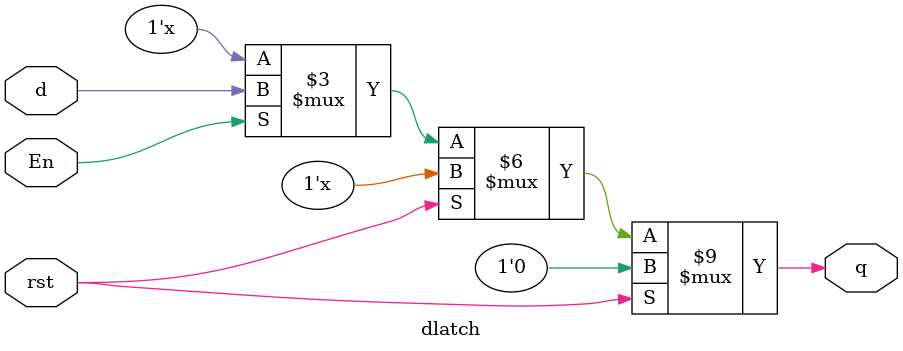
<source format=v>
module dlatch(d,En,rst,q);
  input d,En,rst;
  output reg q;
  
  
  always @(En,rst,d)
  begin
  

  if (rst)
    q=0;
  else if (En)
     q=d;
	 
end

endmodule
</source>
